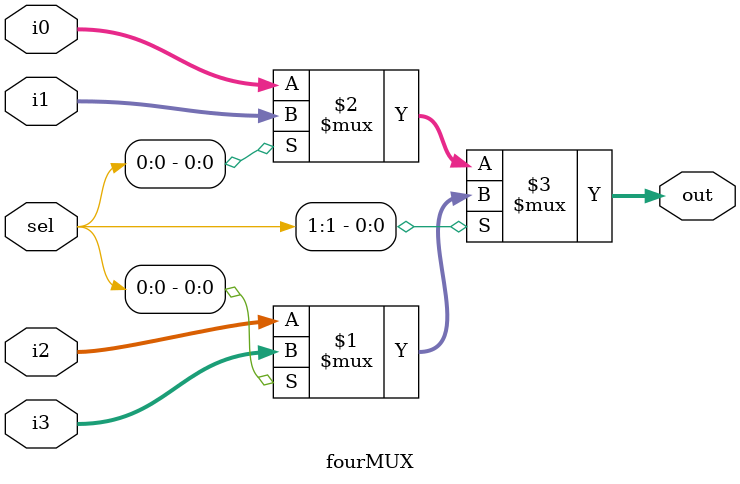
<source format=v>
`timescale 1ns / 1ps

module fourMUX # (parameter  N= 32)(
input [N-1:0] i0,
input [N-1:0] i1,
input [N-1:0] i2,
input [N-1:0] i3,
input [1:0] sel,
output [N-1:0] out
);
    
    assign out = sel[1] ? (sel[0] ? i3:i2) : (sel[0] ? i1:i0);
    
endmodule

</source>
